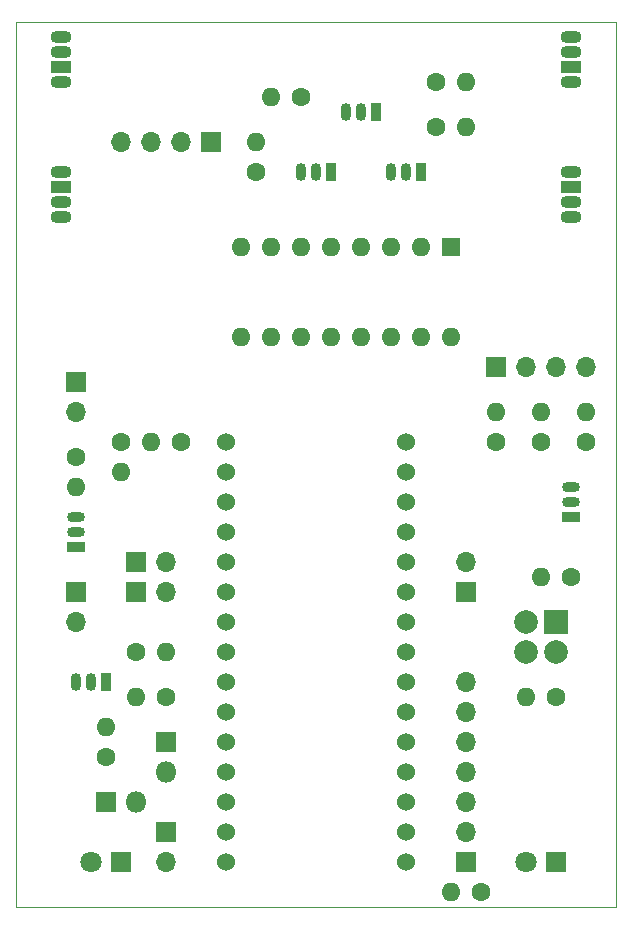
<source format=gbr>
%TF.GenerationSoftware,KiCad,Pcbnew,4.0.7-e2-6376~58~ubuntu16.04.1*%
%TF.CreationDate,2018-01-31T13:04:43+01:00*%
%TF.ProjectId,Tagger_production,5461676765725F70726F64756374696F,rev?*%
%TF.FileFunction,Soldermask,Bot*%
%FSLAX46Y46*%
G04 Gerber Fmt 4.6, Leading zero omitted, Abs format (unit mm)*
G04 Created by KiCad (PCBNEW 4.0.7-e2-6376~58~ubuntu16.04.1) date Wed Jan 31 13:04:43 2018*
%MOMM*%
%LPD*%
G01*
G04 APERTURE LIST*
%ADD10C,0.100000*%
%ADD11C,1.524000*%
%ADD12R,1.800000X1.800000*%
%ADD13C,1.800000*%
%ADD14R,1.800000X1.070000*%
%ADD15O,1.800000X1.070000*%
%ADD16O,1.800000X1.800000*%
%ADD17R,1.600000X1.600000*%
%ADD18O,1.600000X1.600000*%
%ADD19R,2.000000X2.000000*%
%ADD20C,2.000000*%
%ADD21R,1.700000X1.700000*%
%ADD22O,1.700000X1.700000*%
%ADD23C,1.600000*%
%ADD24O,0.900000X1.500000*%
%ADD25R,0.900000X1.500000*%
%ADD26O,1.500000X0.900000*%
%ADD27R,1.500000X0.900000*%
G04 APERTURE END LIST*
D10*
X105410000Y-63500000D02*
X54610000Y-63500000D01*
X105410000Y-138430000D02*
X105410000Y-63500000D01*
X54610000Y-138430000D02*
X105410000Y-138430000D01*
X54610000Y-138430000D02*
X54610000Y-63500000D01*
D11*
X72390000Y-99060000D03*
X72390000Y-101600000D03*
X72390000Y-104140000D03*
X72390000Y-106680000D03*
X72390000Y-109220000D03*
X72390000Y-111760000D03*
X72390000Y-114300000D03*
X72390000Y-116840000D03*
X72390000Y-119380000D03*
X72390000Y-121920000D03*
X72390000Y-124460000D03*
X72390000Y-127000000D03*
X72390000Y-129540000D03*
X72390000Y-132080000D03*
X72390000Y-134620000D03*
X87630000Y-134620000D03*
X87630000Y-132080000D03*
X87630000Y-129540000D03*
X87630000Y-127000000D03*
X87630000Y-124460000D03*
X87630000Y-121920000D03*
X87630000Y-119380000D03*
X87630000Y-116840000D03*
X87630000Y-114300000D03*
X87630000Y-111760000D03*
X87630000Y-109220000D03*
X87630000Y-106680000D03*
X87630000Y-104140000D03*
X87630000Y-101600000D03*
X87630000Y-99060000D03*
D12*
X63500000Y-134620000D03*
D13*
X60960000Y-134620000D03*
D12*
X100330000Y-134620000D03*
D13*
X97790000Y-134620000D03*
D14*
X58420000Y-77470000D03*
D15*
X58420000Y-76200000D03*
X58420000Y-78740000D03*
X58420000Y-80010000D03*
D14*
X101600000Y-77470000D03*
D15*
X101600000Y-76200000D03*
X101600000Y-78740000D03*
X101600000Y-80010000D03*
D14*
X101600000Y-67310000D03*
D15*
X101600000Y-68580000D03*
X101600000Y-66040000D03*
X101600000Y-64770000D03*
D14*
X58420000Y-67310000D03*
D15*
X58420000Y-68580000D03*
X58420000Y-66040000D03*
X58420000Y-64770000D03*
D12*
X67310000Y-124460000D03*
D16*
X67310000Y-127000000D03*
D12*
X62230000Y-129540000D03*
D16*
X64770000Y-129540000D03*
D17*
X91440000Y-82550000D03*
D18*
X73660000Y-90170000D03*
X88900000Y-82550000D03*
X76200000Y-90170000D03*
X86360000Y-82550000D03*
X78740000Y-90170000D03*
X83820000Y-82550000D03*
X81280000Y-90170000D03*
X81280000Y-82550000D03*
X83820000Y-90170000D03*
X78740000Y-82550000D03*
X86360000Y-90170000D03*
X76200000Y-82550000D03*
X88900000Y-90170000D03*
X73660000Y-82550000D03*
X91440000Y-90170000D03*
D19*
X100330000Y-114300000D03*
D20*
X97790000Y-114300000D03*
X100330000Y-116840000D03*
X97790000Y-116840000D03*
D21*
X71120000Y-73660000D03*
D22*
X68580000Y-73660000D03*
X66040000Y-73660000D03*
X63500000Y-73660000D03*
D21*
X95250000Y-92710000D03*
D22*
X97790000Y-92710000D03*
X100330000Y-92710000D03*
X102870000Y-92710000D03*
D21*
X59690000Y-93980000D03*
D22*
X59690000Y-96520000D03*
D21*
X59690000Y-111760000D03*
D22*
X59690000Y-114300000D03*
D21*
X64770000Y-111760000D03*
D22*
X67310000Y-111760000D03*
D21*
X64770000Y-109220000D03*
D22*
X67310000Y-109220000D03*
D21*
X67310000Y-132080000D03*
D22*
X67310000Y-134620000D03*
D21*
X92710000Y-134620000D03*
D22*
X92710000Y-132080000D03*
X92710000Y-129540000D03*
X92710000Y-127000000D03*
X92710000Y-124460000D03*
X92710000Y-121920000D03*
X92710000Y-119380000D03*
D21*
X92710000Y-111760000D03*
D22*
X92710000Y-109220000D03*
D23*
X68580000Y-99060000D03*
D18*
X66040000Y-99060000D03*
D23*
X63500000Y-99060000D03*
D18*
X63500000Y-101600000D03*
D23*
X101600000Y-110490000D03*
D18*
X99060000Y-110490000D03*
D23*
X100330000Y-120650000D03*
D18*
X97790000Y-120650000D03*
D23*
X62230000Y-125730000D03*
D18*
X62230000Y-123190000D03*
D23*
X67310000Y-120650000D03*
D18*
X64770000Y-120650000D03*
D23*
X64770000Y-116840000D03*
D18*
X67310000Y-116840000D03*
D23*
X93980000Y-137160000D03*
D18*
X91440000Y-137160000D03*
D23*
X102870000Y-99060000D03*
D18*
X102870000Y-96520000D03*
D23*
X99060000Y-99060000D03*
D18*
X99060000Y-96520000D03*
D23*
X95250000Y-99060000D03*
D18*
X95250000Y-96520000D03*
D23*
X90170000Y-72390000D03*
D18*
X92710000Y-72390000D03*
D23*
X90170000Y-68580000D03*
D18*
X92710000Y-68580000D03*
D23*
X78740000Y-69850000D03*
D18*
X76200000Y-69850000D03*
D23*
X74930000Y-76200000D03*
D18*
X74930000Y-73660000D03*
D23*
X59690000Y-100330000D03*
D18*
X59690000Y-102870000D03*
D24*
X60960000Y-119380000D03*
X59690000Y-119380000D03*
D25*
X62230000Y-119380000D03*
D26*
X59690000Y-106680000D03*
X59690000Y-105410000D03*
D27*
X59690000Y-107950000D03*
D26*
X101600000Y-104140000D03*
X101600000Y-102870000D03*
D27*
X101600000Y-105410000D03*
D24*
X87630000Y-76200000D03*
X86360000Y-76200000D03*
D25*
X88900000Y-76200000D03*
D24*
X83820000Y-71120000D03*
X82550000Y-71120000D03*
D25*
X85090000Y-71120000D03*
D24*
X80010000Y-76200000D03*
X78740000Y-76200000D03*
D25*
X81280000Y-76200000D03*
M02*

</source>
